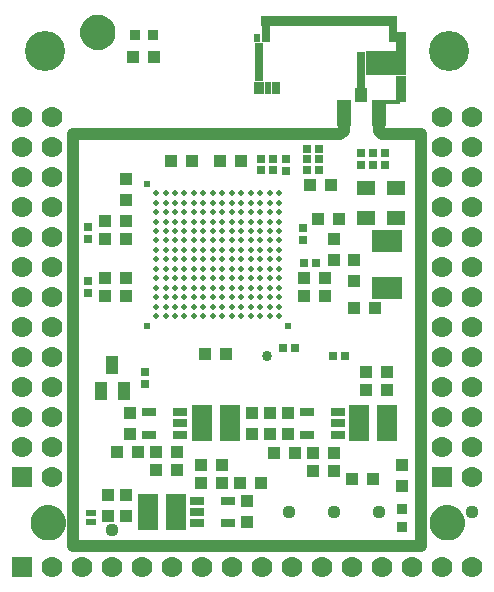
<source format=gbr>
G75*
G70*
%OFA0B0*%
%FSLAX24Y24*%
%IPPOS*%
%LPD*%
%AMOC8*
5,1,8,0,0,1.08239X$1,22.5*
%
%ADD10C,0.1339*%
%ADD11C,0.0400*%
%ADD12R,0.0280X0.0270*%
%ADD13R,0.0270X0.0280*%
%ADD14R,0.0440X0.0440*%
%ADD15R,0.0985X0.0749*%
%ADD16R,0.0434X0.0591*%
%ADD17R,0.0355X0.0355*%
%ADD18R,0.0512X0.0257*%
%ADD19R,0.0670X0.1221*%
%ADD20C,0.0440*%
%ADD21C,0.0434*%
%ADD22C,0.0500*%
%ADD23C,0.0197*%
%ADD24C,0.0237*%
%ADD25R,0.0700X0.0700*%
%ADD26C,0.0700*%
%ADD27R,0.0340X0.0240*%
%ADD28R,0.0157X0.0236*%
%ADD29R,0.0315X0.1378*%
%ADD30R,0.1339X0.0787*%
%ADD31R,0.0335X0.0906*%
%ADD32R,0.0551X0.0138*%
%ADD33R,0.0335X0.0659*%
%ADD34R,0.0315X0.0886*%
%ADD35R,0.4252X0.0335*%
%ADD36R,0.0315X0.0551*%
%ADD37R,0.0236X0.0315*%
%ADD38R,0.0315X0.1299*%
%ADD39R,0.0354X0.0433*%
%ADD40R,0.0236X0.0433*%
%ADD41R,0.0276X0.0433*%
%ADD42R,0.0473X0.0906*%
%ADD43R,0.0434X0.0473*%
%ADD44C,0.0340*%
%ADD45R,0.0591X0.0512*%
D10*
X005412Y025263D03*
X018877Y025263D03*
D11*
X017952Y022488D02*
X016652Y022488D01*
X016542Y022598D01*
X016542Y022948D01*
X015362Y022948D02*
X015362Y022598D01*
X015252Y022488D01*
X006352Y022488D01*
X006352Y008738D01*
X017952Y008738D01*
X017952Y022488D01*
D12*
X016752Y021838D03*
X016352Y021838D03*
X016352Y021438D03*
X016752Y021438D03*
X014552Y021288D03*
X014552Y021638D03*
X014552Y021988D03*
X014152Y021988D03*
X014152Y021638D03*
X014152Y021288D03*
X013002Y021288D03*
X013002Y021638D03*
X012602Y021638D03*
X012602Y021288D03*
X014052Y018188D03*
X014452Y018188D03*
X013752Y015338D03*
X013352Y015338D03*
X015002Y015088D03*
X015402Y015088D03*
D13*
X014002Y018938D03*
X014002Y019338D03*
X013452Y021258D03*
X013452Y021658D03*
X015952Y021838D03*
X015952Y021438D03*
X008752Y014538D03*
X008752Y014138D03*
X006852Y017188D03*
X006852Y017588D03*
X006852Y018988D03*
X006852Y019388D03*
D14*
X007402Y019588D03*
X007402Y018988D03*
X008102Y018988D03*
X008102Y019588D03*
X008102Y020288D03*
X008102Y020988D03*
X009602Y021588D03*
X010302Y021588D03*
X011252Y021588D03*
X011952Y021588D03*
X014252Y020788D03*
X014952Y020788D03*
X015202Y019638D03*
X015052Y018988D03*
X015052Y018288D03*
X014752Y017688D03*
X014752Y017088D03*
X014052Y017088D03*
X014052Y017688D03*
X014502Y019638D03*
X015702Y018288D03*
X015702Y017588D03*
X015702Y016688D03*
X016402Y016688D03*
X016102Y014538D03*
X016102Y013938D03*
X016802Y013938D03*
X016802Y014538D03*
X015052Y011838D03*
X015052Y011238D03*
X014352Y011238D03*
X014352Y011838D03*
X013752Y011838D03*
X013502Y012488D03*
X012902Y012488D03*
X013052Y011838D03*
X012302Y012488D03*
X012302Y013188D03*
X012902Y013188D03*
X013502Y013188D03*
X012602Y010838D03*
X012152Y010238D03*
X011902Y010838D03*
X011302Y010838D03*
X011302Y011438D03*
X010602Y011438D03*
X010602Y010838D03*
X009802Y011288D03*
X009802Y011888D03*
X009102Y011888D03*
X009102Y011288D03*
X008502Y011888D03*
X008252Y012488D03*
X008252Y013188D03*
X007802Y011888D03*
X007502Y010438D03*
X008102Y010438D03*
X008102Y009738D03*
X007502Y009738D03*
X010752Y015138D03*
X011452Y015138D03*
X008102Y017088D03*
X008102Y017688D03*
X007402Y017688D03*
X007402Y017088D03*
X012152Y009538D03*
X015652Y010988D03*
X016352Y010988D03*
X017302Y010738D03*
X017302Y011438D03*
X009052Y025038D03*
X008352Y025038D03*
D15*
X016802Y018926D03*
X016802Y017351D03*
D16*
X008026Y013905D03*
X007652Y014771D03*
X007278Y013905D03*
D17*
X008402Y025788D03*
X009002Y025788D03*
X017302Y009988D03*
X017302Y009388D03*
D18*
X015164Y012464D03*
X015164Y012838D03*
X015164Y013212D03*
X014141Y013212D03*
X014141Y012464D03*
X011514Y010262D03*
X011514Y009514D03*
X010491Y009514D03*
X010491Y009888D03*
X010491Y010262D03*
X009914Y012464D03*
X009914Y012838D03*
X009914Y013212D03*
X008891Y013212D03*
X008891Y012464D03*
D19*
X010630Y012838D03*
X011575Y012838D03*
X009775Y009888D03*
X008830Y009888D03*
X015880Y012838D03*
X016825Y012838D03*
D20*
X016552Y009888D03*
X015052Y009888D03*
X013552Y009888D03*
X007652Y009288D03*
X019652Y009888D03*
D21*
X018802Y009538D03*
X007152Y025888D03*
X005502Y009538D03*
D22*
X005167Y009538D02*
X005169Y009575D01*
X005175Y009611D01*
X005185Y009647D01*
X005199Y009681D01*
X005217Y009713D01*
X005238Y009744D01*
X005262Y009772D01*
X005289Y009797D01*
X005319Y009818D01*
X005351Y009837D01*
X005385Y009852D01*
X005420Y009863D01*
X005456Y009870D01*
X005493Y009873D01*
X005530Y009872D01*
X005566Y009867D01*
X005602Y009858D01*
X005637Y009845D01*
X005669Y009828D01*
X005700Y009808D01*
X005729Y009784D01*
X005755Y009758D01*
X005777Y009729D01*
X005797Y009697D01*
X005812Y009664D01*
X005824Y009629D01*
X005832Y009593D01*
X005836Y009556D01*
X005836Y009520D01*
X005832Y009483D01*
X005824Y009447D01*
X005812Y009412D01*
X005797Y009379D01*
X005777Y009347D01*
X005755Y009318D01*
X005729Y009292D01*
X005700Y009268D01*
X005670Y009248D01*
X005637Y009231D01*
X005602Y009218D01*
X005566Y009209D01*
X005530Y009204D01*
X005493Y009203D01*
X005456Y009206D01*
X005420Y009213D01*
X005385Y009224D01*
X005351Y009239D01*
X005319Y009258D01*
X005289Y009279D01*
X005262Y009304D01*
X005238Y009332D01*
X005217Y009363D01*
X005199Y009395D01*
X005185Y009429D01*
X005175Y009465D01*
X005169Y009501D01*
X005167Y009538D01*
X006817Y025888D02*
X006819Y025925D01*
X006825Y025961D01*
X006835Y025997D01*
X006849Y026031D01*
X006867Y026063D01*
X006888Y026094D01*
X006912Y026122D01*
X006939Y026147D01*
X006969Y026168D01*
X007001Y026187D01*
X007035Y026202D01*
X007070Y026213D01*
X007106Y026220D01*
X007143Y026223D01*
X007180Y026222D01*
X007216Y026217D01*
X007252Y026208D01*
X007287Y026195D01*
X007319Y026178D01*
X007350Y026158D01*
X007379Y026134D01*
X007405Y026108D01*
X007427Y026079D01*
X007447Y026047D01*
X007462Y026014D01*
X007474Y025979D01*
X007482Y025943D01*
X007486Y025906D01*
X007486Y025870D01*
X007482Y025833D01*
X007474Y025797D01*
X007462Y025762D01*
X007447Y025729D01*
X007427Y025697D01*
X007405Y025668D01*
X007379Y025642D01*
X007350Y025618D01*
X007320Y025598D01*
X007287Y025581D01*
X007252Y025568D01*
X007216Y025559D01*
X007180Y025554D01*
X007143Y025553D01*
X007106Y025556D01*
X007070Y025563D01*
X007035Y025574D01*
X007001Y025589D01*
X006969Y025608D01*
X006939Y025629D01*
X006912Y025654D01*
X006888Y025682D01*
X006867Y025713D01*
X006849Y025745D01*
X006835Y025779D01*
X006825Y025815D01*
X006819Y025851D01*
X006817Y025888D01*
X018467Y009538D02*
X018469Y009575D01*
X018475Y009611D01*
X018485Y009647D01*
X018499Y009681D01*
X018517Y009713D01*
X018538Y009744D01*
X018562Y009772D01*
X018589Y009797D01*
X018619Y009818D01*
X018651Y009837D01*
X018685Y009852D01*
X018720Y009863D01*
X018756Y009870D01*
X018793Y009873D01*
X018830Y009872D01*
X018866Y009867D01*
X018902Y009858D01*
X018937Y009845D01*
X018969Y009828D01*
X019000Y009808D01*
X019029Y009784D01*
X019055Y009758D01*
X019077Y009729D01*
X019097Y009697D01*
X019112Y009664D01*
X019124Y009629D01*
X019132Y009593D01*
X019136Y009556D01*
X019136Y009520D01*
X019132Y009483D01*
X019124Y009447D01*
X019112Y009412D01*
X019097Y009379D01*
X019077Y009347D01*
X019055Y009318D01*
X019029Y009292D01*
X019000Y009268D01*
X018970Y009248D01*
X018937Y009231D01*
X018902Y009218D01*
X018866Y009209D01*
X018830Y009204D01*
X018793Y009203D01*
X018756Y009206D01*
X018720Y009213D01*
X018685Y009224D01*
X018651Y009239D01*
X018619Y009258D01*
X018589Y009279D01*
X018562Y009304D01*
X018538Y009332D01*
X018517Y009363D01*
X018499Y009395D01*
X018485Y009429D01*
X018475Y009465D01*
X018469Y009501D01*
X018467Y009538D01*
D23*
X013208Y016416D03*
X013208Y016731D03*
X013208Y017046D03*
X013208Y017361D03*
X013208Y017676D03*
X013208Y017991D03*
X013208Y018306D03*
X013208Y018621D03*
X013208Y018936D03*
X013208Y019251D03*
X013208Y019566D03*
X013208Y019881D03*
X013208Y020196D03*
X013208Y020511D03*
X012893Y020511D03*
X012893Y020196D03*
X012893Y019881D03*
X012893Y019566D03*
X012893Y019251D03*
X012893Y018936D03*
X012893Y018621D03*
X012893Y018306D03*
X012893Y017991D03*
X012893Y017676D03*
X012893Y017361D03*
X012893Y017046D03*
X012893Y016731D03*
X012893Y016416D03*
X012578Y016416D03*
X012263Y016416D03*
X011948Y016416D03*
X011948Y016731D03*
X012263Y016731D03*
X012578Y016731D03*
X012578Y017046D03*
X012578Y017361D03*
X012578Y017676D03*
X012578Y017991D03*
X012578Y018306D03*
X012578Y018621D03*
X012578Y018936D03*
X012578Y019251D03*
X012578Y019566D03*
X012578Y019881D03*
X012578Y020196D03*
X012578Y020511D03*
X012263Y020511D03*
X012263Y020196D03*
X012263Y019881D03*
X012263Y019566D03*
X012263Y019251D03*
X012263Y018936D03*
X012263Y018621D03*
X012263Y018306D03*
X012263Y017991D03*
X012263Y017676D03*
X012263Y017361D03*
X012263Y017046D03*
X011948Y017046D03*
X011948Y017361D03*
X011948Y017676D03*
X011948Y017991D03*
X011948Y018306D03*
X011948Y018621D03*
X011948Y018936D03*
X011948Y019251D03*
X011948Y019566D03*
X011948Y019881D03*
X011948Y020196D03*
X011948Y020511D03*
X011633Y020511D03*
X011633Y020196D03*
X011633Y019881D03*
X011633Y019566D03*
X011633Y019251D03*
X011633Y018936D03*
X011633Y018621D03*
X011633Y018306D03*
X011633Y017991D03*
X011633Y017676D03*
X011633Y017361D03*
X011633Y017046D03*
X011633Y016731D03*
X011633Y016416D03*
X011318Y016416D03*
X011003Y016416D03*
X011003Y016731D03*
X011318Y016731D03*
X011318Y017046D03*
X011003Y017046D03*
X011003Y017361D03*
X011318Y017361D03*
X011318Y017676D03*
X011003Y017676D03*
X011003Y017991D03*
X011318Y017991D03*
X011318Y018306D03*
X011318Y018621D03*
X011318Y018936D03*
X011318Y019251D03*
X011318Y019566D03*
X011318Y019881D03*
X011318Y020196D03*
X011318Y020511D03*
X011003Y020511D03*
X011003Y020196D03*
X011003Y019881D03*
X011003Y019566D03*
X011003Y019251D03*
X011003Y018936D03*
X011003Y018621D03*
X011003Y018306D03*
X010688Y018306D03*
X010688Y017991D03*
X010688Y017676D03*
X010688Y017361D03*
X010688Y017046D03*
X010688Y016731D03*
X010688Y016416D03*
X010373Y016416D03*
X010058Y016416D03*
X009743Y016416D03*
X009743Y016731D03*
X010058Y016731D03*
X010373Y016731D03*
X010373Y017046D03*
X010058Y017046D03*
X009743Y017046D03*
X009743Y017361D03*
X010058Y017361D03*
X010373Y017361D03*
X010373Y017676D03*
X010058Y017676D03*
X009743Y017676D03*
X009743Y017991D03*
X010058Y017991D03*
X010373Y017991D03*
X010373Y018306D03*
X010058Y018306D03*
X009743Y018306D03*
X009743Y018621D03*
X010058Y018621D03*
X010373Y018621D03*
X010688Y018621D03*
X010688Y018936D03*
X010688Y019251D03*
X010688Y019566D03*
X010688Y019881D03*
X010688Y020196D03*
X010688Y020511D03*
X010373Y020511D03*
X010058Y020511D03*
X009743Y020511D03*
X009743Y020196D03*
X010058Y020196D03*
X010373Y020196D03*
X010373Y019881D03*
X010373Y019566D03*
X010373Y019251D03*
X010373Y018936D03*
X010058Y018936D03*
X009743Y018936D03*
X009743Y019251D03*
X010058Y019251D03*
X010058Y019566D03*
X010058Y019881D03*
X009743Y019881D03*
X009743Y019566D03*
X009428Y019566D03*
X009113Y019566D03*
X009113Y019251D03*
X009113Y018936D03*
X009113Y018621D03*
X009113Y018306D03*
X009113Y017991D03*
X009113Y017676D03*
X009113Y017361D03*
X009113Y017046D03*
X009113Y016731D03*
X009113Y016416D03*
X009428Y016416D03*
X009428Y016731D03*
X009428Y017046D03*
X009428Y017361D03*
X009428Y017676D03*
X009428Y017991D03*
X009428Y018306D03*
X009428Y018621D03*
X009428Y018936D03*
X009428Y019251D03*
X009428Y019881D03*
X009428Y020196D03*
X009428Y020511D03*
X009113Y020511D03*
X009113Y020196D03*
X009113Y019881D03*
D24*
X008798Y020826D03*
X008798Y016101D03*
X013523Y016101D03*
D25*
X004652Y008038D03*
X004652Y011038D03*
X018652Y011038D03*
D26*
X018652Y012038D03*
X018652Y013038D03*
X018652Y014038D03*
X018652Y015038D03*
X018652Y016038D03*
X018652Y017038D03*
X018652Y018038D03*
X018652Y019038D03*
X018652Y020038D03*
X018652Y021038D03*
X018652Y022038D03*
X018652Y023038D03*
X019652Y023038D03*
X019652Y022038D03*
X019652Y021038D03*
X019652Y020038D03*
X019652Y019038D03*
X019652Y018038D03*
X019652Y017038D03*
X019652Y016038D03*
X019652Y015038D03*
X019652Y014038D03*
X019652Y013038D03*
X019652Y012038D03*
X019652Y011038D03*
X019652Y008038D03*
X018652Y008038D03*
X017652Y008038D03*
X016652Y008038D03*
X015652Y008038D03*
X014652Y008038D03*
X013652Y008038D03*
X012652Y008038D03*
X011652Y008038D03*
X010652Y008038D03*
X009652Y008038D03*
X008652Y008038D03*
X007652Y008038D03*
X006652Y008038D03*
X005652Y008038D03*
X005652Y011038D03*
X005652Y012038D03*
X005652Y013038D03*
X005652Y014038D03*
X004652Y014038D03*
X004652Y013038D03*
X004652Y012038D03*
X004652Y015038D03*
X004652Y016038D03*
X004652Y017038D03*
X004652Y018038D03*
X004652Y019038D03*
X004652Y020038D03*
X004652Y021038D03*
X004652Y022038D03*
X004652Y023038D03*
X005652Y023038D03*
X005652Y022038D03*
X005652Y021038D03*
X005652Y020038D03*
X005652Y019038D03*
X005652Y018038D03*
X005652Y017038D03*
X005652Y016038D03*
X005652Y015038D03*
D27*
X006952Y009838D03*
X006952Y009538D03*
D28*
X015952Y023772D03*
D29*
X015952Y024540D03*
D30*
X016779Y024835D03*
D31*
X017281Y023989D03*
D32*
X016976Y023566D03*
D33*
X017281Y025559D03*
D34*
X017015Y025987D03*
D35*
X014732Y026262D03*
D36*
X012763Y025820D03*
D37*
X012488Y025701D03*
D38*
X012527Y024894D03*
D39*
X012547Y024028D03*
D40*
X012842Y024028D03*
D41*
X013098Y024028D03*
D42*
X015362Y023188D03*
X016543Y023188D03*
D43*
X015952Y023779D03*
D44*
X012802Y015088D03*
D45*
X016102Y019688D03*
X016102Y020688D03*
X017102Y020688D03*
X017102Y019688D03*
M02*

</source>
